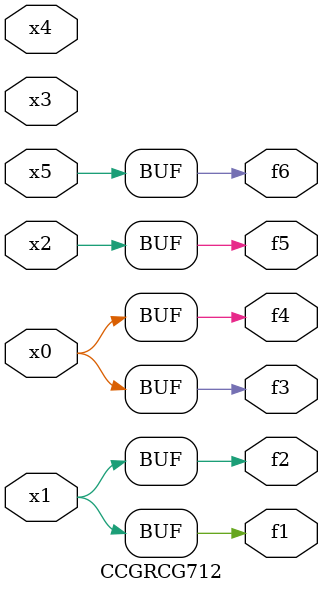
<source format=v>
module CCGRCG712(
	input x0, x1, x2, x3, x4, x5,
	output f1, f2, f3, f4, f5, f6
);
	assign f1 = x1;
	assign f2 = x1;
	assign f3 = x0;
	assign f4 = x0;
	assign f5 = x2;
	assign f6 = x5;
endmodule

</source>
